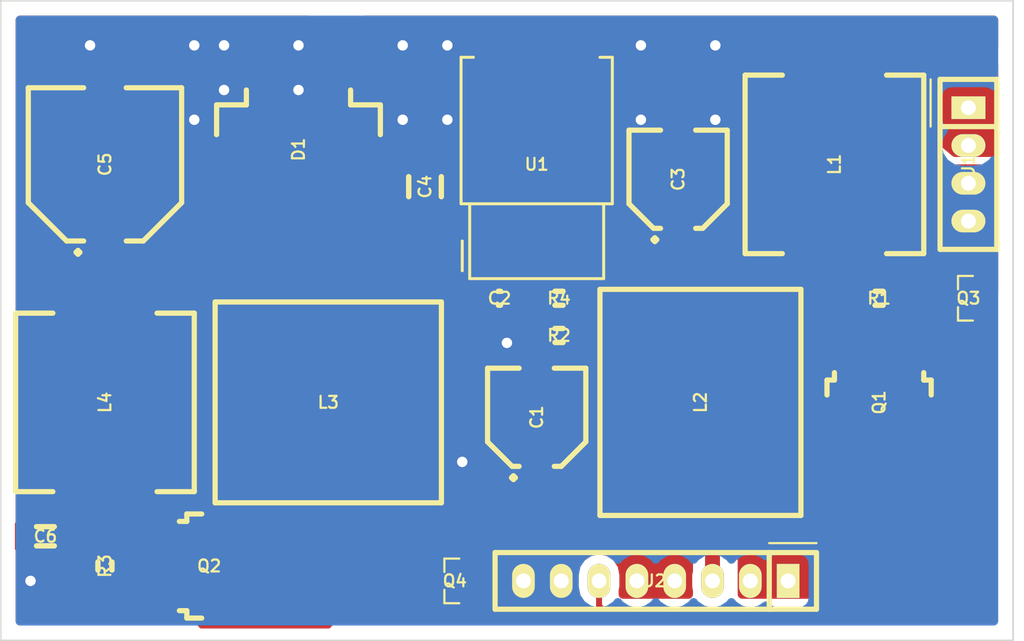
<source format=kicad_pcb>
(kicad_pcb (version 4) (host pcbnew "(after 2015-mar-04 BZR unknown)-product")

  (general
    (links 47)
    (no_connects 0)
    (area 175.949999 55.949999 244.050001 99.050001)
    (thickness 1.6)
    (drawings 4)
    (tracks 128)
    (zones 0)
    (modules 22)
    (nets 17)
  )

  (page A4)
  (layers
    (0 F.Cu signal)
    (31 B.Cu signal)
    (32 B.Adhes user)
    (33 F.Adhes user)
    (34 B.Paste user)
    (35 F.Paste user)
    (36 B.SilkS user)
    (37 F.SilkS user)
    (38 B.Mask user)
    (39 F.Mask user)
    (40 Dwgs.User user)
    (41 Cmts.User user)
    (42 Eco1.User user)
    (43 Eco2.User user)
    (44 Edge.Cuts user)
    (45 Margin user)
    (46 B.CrtYd user)
    (47 F.CrtYd user)
    (48 B.Fab user)
    (49 F.Fab user)
  )

  (setup
    (last_trace_width 0.4)
    (trace_clearance 0.2)
    (zone_clearance 0.6)
    (zone_45_only no)
    (trace_min 0.2)
    (segment_width 0.2)
    (edge_width 0.1)
    (via_size 0.6)
    (via_drill 0.4)
    (via_min_size 0.4)
    (via_min_drill 0.3)
    (uvia_size 0.3)
    (uvia_drill 0.1)
    (uvias_allowed no)
    (uvia_min_size 0.2)
    (uvia_min_drill 0.1)
    (pcb_text_width 0.3)
    (pcb_text_size 1.5 1.5)
    (mod_edge_width 0.15)
    (mod_text_size 1 1)
    (mod_text_width 0.15)
    (pad_size 1.5 1.5)
    (pad_drill 0.6)
    (pad_to_mask_clearance 0)
    (aux_axis_origin 0 0)
    (visible_elements FFFFFF7F)
    (pcbplotparams
      (layerselection 0x00030_80000001)
      (usegerberextensions false)
      (excludeedgelayer true)
      (linewidth 0.100000)
      (plotframeref false)
      (viasonmask false)
      (mode 1)
      (useauxorigin false)
      (hpglpennumber 1)
      (hpglpenspeed 20)
      (hpglpendiameter 15)
      (hpglpenoverlay 2)
      (psnegative false)
      (psa4output false)
      (plotreference true)
      (plotvalue true)
      (plotinvisibletext false)
      (padsonsilk false)
      (subtractmaskfromsilk false)
      (outputformat 1)
      (mirror false)
      (drillshape 1)
      (scaleselection 1)
      (outputdirectory ""))
  )

  (net 0 "")
  (net 1 GND)
  (net 2 "Net-(C2-Pad2)")
  (net 3 /3V3)
  (net 4 /ENABLE)
  (net 5 "Net-(Q1-Pad1)")
  (net 6 "Net-(Q2-Pad1)")
  (net 7 "Net-(U1-Pad5)")
  (net 8 "Net-(U1-Pad7)")
  (net 9 /SW)
  (net 10 /3V3UF)
  (net 11 /FBK)
  (net 12 /12VFILT)
  (net 13 /3V3IN)
  (net 14 /3V3FILT)
  (net 15 /VIN)
  (net 16 /12V)

  (net_class Default "This is the default net class."
    (clearance 0.2)
    (trace_width 0.25)
    (via_dia 0.6)
    (via_drill 0.4)
    (uvia_dia 0.3)
    (uvia_drill 0.1)
    (add_net /12V)
    (add_net /12VFILT)
    (add_net /3V3)
    (add_net /3V3FILT)
    (add_net /3V3IN)
    (add_net /3V3UF)
    (add_net /ENABLE)
    (add_net /FBK)
    (add_net /SW)
    (add_net /VIN)
    (add_net GND)
    (add_net "Net-(C2-Pad2)")
    (add_net "Net-(Q1-Pad1)")
    (add_net "Net-(Q2-Pad1)")
    (add_net "Net-(U1-Pad5)")
    (add_net "Net-(U1-Pad7)")
  )

  (module IPC7351-Nominal:CAPAE1030X1250 (layer F.Cu) (tedit 54FC861E) (tstamp 55295FE2)
    (at 183 67 90)
    (descr "Capacitor,Aluminum Electrolytic;10.30mm L X 10.30mm W X 12.50mm H")
    (path /55299DF1)
    (fp_text reference C5 (at 0 0 90) (layer F.SilkS)
      (effects (font (size 0.8 0.8) (thickness 0.15)))
    )
    (fp_text value 150u (at 0 0 90) (layer F.Fab)
      (effects (font (size 0.8 0.8) (thickness 0.15)))
    )
    (fp_line (start 5.15 -1.431) (end 5.15 -5.15) (layer F.SilkS) (width 0.35))
    (fp_line (start 5.15 -5.15) (end -2.575 -5.15) (layer F.SilkS) (width 0.35))
    (fp_line (start -2.575 -5.15) (end -5.15 -2.575) (layer F.SilkS) (width 0.35))
    (fp_line (start -5.15 -2.575) (end -5.15 -1.431) (layer F.SilkS) (width 0.35))
    (fp_line (start 5.15 1.431) (end 5.15 5.15) (layer F.SilkS) (width 0.35))
    (fp_line (start 5.15 5.15) (end -2.575 5.15) (layer F.SilkS) (width 0.35))
    (fp_line (start -2.575 5.15) (end -5.15 2.575) (layer F.SilkS) (width 0.35))
    (fp_line (start -5.15 2.575) (end -5.15 1.431) (layer F.SilkS) (width 0.35))
    (fp_line (start -6.039 -1.812) (end -5.912 -1.939) (layer F.SilkS) (width 0.35))
    (fp_line (start -5.912 -1.939) (end -5.785 -1.812) (layer F.SilkS) (width 0.35))
    (fp_line (start -5.785 -1.812) (end -5.912 -1.685) (layer F.SilkS) (width 0.35))
    (fp_line (start -5.912 -1.685) (end -6.039 -1.812) (layer F.SilkS) (width 0.35))
    (fp_line (start -6.55 -5.4) (end 6.55 -5.4) (layer F.CrtYd) (width 0.15))
    (fp_line (start 6.55 -5.4) (end 6.55 5.4) (layer F.CrtYd) (width 0.15))
    (fp_line (start 6.55 5.4) (end -6.55 5.4) (layer F.CrtYd) (width 0.15))
    (fp_line (start -6.55 5.4) (end -6.55 -5.4) (layer F.CrtYd) (width 0.15))
    (pad 1 smd rect (at -4.25 0 90) (size 4.1 2.1) (layers F.Cu F.Paste F.Mask)
      (net 10 /3V3UF))
    (pad 2 smd rect (at 4.25 0 90) (size 4.1 2.1) (layers F.Cu F.Paste F.Mask)
      (net 1 GND))
    (model smd_cap/c_elec_10x7_7.wrl
      (at (xyz 0 0 0))
      (scale (xyz 1 1 1))
      (rotate (xyz 0 0 180))
    )
  )

  (module IPC7351-Nominal:CAPAE660X570 (layer F.Cu) (tedit 54FC861E) (tstamp 55295FCA)
    (at 212 84 90)
    (descr "Capacitor,Aluminum Electrolytic;6.60mm L X 6.60mm W X 5.70mm H")
    (path /5529ABE6)
    (fp_text reference C1 (at 0 0 90) (layer F.SilkS)
      (effects (font (size 0.8 0.8) (thickness 0.15)))
    )
    (fp_text value 22u (at 0 0 90) (layer F.Fab)
      (effects (font (size 0.8 0.8) (thickness 0.15)))
    )
    (fp_line (start 3.3 -1.181) (end 3.3 -3.3) (layer F.SilkS) (width 0.35))
    (fp_line (start 3.3 -3.3) (end -1.65 -3.3) (layer F.SilkS) (width 0.35))
    (fp_line (start -1.65 -3.3) (end -3.3 -1.65) (layer F.SilkS) (width 0.35))
    (fp_line (start -3.3 -1.65) (end -3.3 -1.181) (layer F.SilkS) (width 0.35))
    (fp_line (start 3.3 1.181) (end 3.3 3.3) (layer F.SilkS) (width 0.35))
    (fp_line (start 3.3 3.3) (end -1.65 3.3) (layer F.SilkS) (width 0.35))
    (fp_line (start -1.65 3.3) (end -3.3 1.65) (layer F.SilkS) (width 0.35))
    (fp_line (start -3.3 1.65) (end -3.3 1.181) (layer F.SilkS) (width 0.35))
    (fp_line (start -4.189 -1.562) (end -4.062 -1.689) (layer F.SilkS) (width 0.35))
    (fp_line (start -4.062 -1.689) (end -3.935 -1.562) (layer F.SilkS) (width 0.35))
    (fp_line (start -3.935 -1.562) (end -4.062 -1.435) (layer F.SilkS) (width 0.35))
    (fp_line (start -4.062 -1.435) (end -4.189 -1.562) (layer F.SilkS) (width 0.35))
    (fp_line (start -4.439 -3.55) (end 4.275 -3.55) (layer F.CrtYd) (width 0.15))
    (fp_line (start 4.275 -3.55) (end 4.275 3.55) (layer F.CrtYd) (width 0.15))
    (fp_line (start 4.275 3.55) (end -4.439 3.55) (layer F.CrtYd) (width 0.15))
    (fp_line (start -4.439 3.55) (end -4.439 -3.55) (layer F.CrtYd) (width 0.15))
    (pad 1 smd rect (at -2.45 0 90) (size 3.15 1.6) (layers F.Cu F.Paste F.Mask)
      (net 12 /12VFILT))
    (pad 2 smd rect (at 2.45 0 90) (size 3.15 1.6) (layers F.Cu F.Paste F.Mask)
      (net 1 GND))
    (model smd_cap/c_elec_6_3x4_5.wrl
      (at (xyz 0 0 0))
      (scale (xyz 1 1 1))
      (rotate (xyz 0 0 180))
    )
  )

  (module IPC7351-Nominal:CAPC2012X70 (layer F.Cu) (tedit 54FC861F) (tstamp 55295FD0)
    (at 209.5 76)
    (descr "Capacitor,non-polarized,Chip;2.00mm L X 1.25mm W X 0.70mm H")
    (path /55296729)
    (fp_text reference C2 (at 0 0) (layer F.SilkS)
      (effects (font (size 0.8 0.8) (thickness 0.15)))
    )
    (fp_text value 10n (at 0 0) (layer F.Fab)
      (effects (font (size 0.8 0.8) (thickness 0.15)))
    )
    (fp_line (start -0.071 0.471) (end 0.071 0.471) (layer F.SilkS) (width 0.35))
    (fp_line (start 0.071 0.471) (end -0.071 0.471) (layer F.SilkS) (width 0.35))
    (fp_line (start -0.071 -0.471) (end 0.071 -0.471) (layer F.SilkS) (width 0.35))
    (fp_line (start 0.071 -0.471) (end -0.071 -0.471) (layer F.SilkS) (width 0.35))
    (fp_line (start -1.725 -0.975) (end 1.725 -0.975) (layer F.CrtYd) (width 0.15))
    (fp_line (start 1.725 -0.975) (end 1.725 0.975) (layer F.CrtYd) (width 0.15))
    (fp_line (start 1.725 0.975) (end -1.725 0.975) (layer F.CrtYd) (width 0.15))
    (fp_line (start -1.725 0.975) (end -1.725 -0.975) (layer F.CrtYd) (width 0.15))
    (pad 1 smd rect (at -0.9 0) (size 1.15 1.45) (layers F.Cu F.Paste F.Mask)
      (net 9 /SW))
    (pad 2 smd rect (at 0.9 0) (size 1.15 1.45) (layers F.Cu F.Paste F.Mask)
      (net 2 "Net-(C2-Pad2)"))
    (model smd_cap/c_0805.wrl
      (at (xyz 0 0 0))
      (scale (xyz 1 1 1))
      (rotate (xyz 0 0 0))
    )
  )

  (module IPC7351-Nominal:CAPAE660X570 (layer F.Cu) (tedit 54FC861E) (tstamp 55295FD6)
    (at 221.5 68 90)
    (descr "Capacitor,Aluminum Electrolytic;6.60mm L X 6.60mm W X 5.70mm H")
    (path /5529A7EF)
    (fp_text reference C3 (at 0 0 90) (layer F.SilkS)
      (effects (font (size 0.8 0.8) (thickness 0.15)))
    )
    (fp_text value 22u (at 0 0 90) (layer F.Fab)
      (effects (font (size 0.8 0.8) (thickness 0.15)))
    )
    (fp_line (start 3.3 -1.181) (end 3.3 -3.3) (layer F.SilkS) (width 0.35))
    (fp_line (start 3.3 -3.3) (end -1.65 -3.3) (layer F.SilkS) (width 0.35))
    (fp_line (start -1.65 -3.3) (end -3.3 -1.65) (layer F.SilkS) (width 0.35))
    (fp_line (start -3.3 -1.65) (end -3.3 -1.181) (layer F.SilkS) (width 0.35))
    (fp_line (start 3.3 1.181) (end 3.3 3.3) (layer F.SilkS) (width 0.35))
    (fp_line (start 3.3 3.3) (end -1.65 3.3) (layer F.SilkS) (width 0.35))
    (fp_line (start -1.65 3.3) (end -3.3 1.65) (layer F.SilkS) (width 0.35))
    (fp_line (start -3.3 1.65) (end -3.3 1.181) (layer F.SilkS) (width 0.35))
    (fp_line (start -4.189 -1.562) (end -4.062 -1.689) (layer F.SilkS) (width 0.35))
    (fp_line (start -4.062 -1.689) (end -3.935 -1.562) (layer F.SilkS) (width 0.35))
    (fp_line (start -3.935 -1.562) (end -4.062 -1.435) (layer F.SilkS) (width 0.35))
    (fp_line (start -4.062 -1.435) (end -4.189 -1.562) (layer F.SilkS) (width 0.35))
    (fp_line (start -4.439 -3.55) (end 4.275 -3.55) (layer F.CrtYd) (width 0.15))
    (fp_line (start 4.275 -3.55) (end 4.275 3.55) (layer F.CrtYd) (width 0.15))
    (fp_line (start 4.275 3.55) (end -4.439 3.55) (layer F.CrtYd) (width 0.15))
    (fp_line (start -4.439 3.55) (end -4.439 -3.55) (layer F.CrtYd) (width 0.15))
    (pad 1 smd rect (at -2.45 0 90) (size 3.15 1.6) (layers F.Cu F.Paste F.Mask)
      (net 13 /3V3IN))
    (pad 2 smd rect (at 2.45 0 90) (size 3.15 1.6) (layers F.Cu F.Paste F.Mask)
      (net 1 GND))
    (model smd_cap/c_elec_6_3x4_5.wrl
      (at (xyz 0 0 0))
      (scale (xyz 1 1 1))
      (rotate (xyz 0 0 180))
    )
  )

  (module IPC7351-Nominal:CAPC3225X88 (layer F.Cu) (tedit 54FC861F) (tstamp 55295FDC)
    (at 204.5 68.5 90)
    (descr "Capacitor,non-polarized,Chip;3.20mm L X 2.50mm W X 0.88mm H")
    (path /5529B0CB)
    (fp_text reference C4 (at 0 0 90) (layer F.SilkS)
      (effects (font (size 0.8 0.8) (thickness 0.15)))
    )
    (fp_text value 6u8 (at 0 0 90) (layer F.Fab)
      (effects (font (size 0.8 0.8) (thickness 0.15)))
    )
    (fp_line (start -0.671 1.096) (end 0.671 1.096) (layer F.SilkS) (width 0.35))
    (fp_line (start 0.671 1.096) (end -0.671 1.096) (layer F.SilkS) (width 0.35))
    (fp_line (start -0.671 -1.096) (end 0.671 -1.096) (layer F.SilkS) (width 0.35))
    (fp_line (start 0.671 -1.096) (end -0.671 -1.096) (layer F.SilkS) (width 0.35))
    (fp_line (start -2.325 -1.6) (end 2.325 -1.6) (layer F.CrtYd) (width 0.15))
    (fp_line (start 2.325 -1.6) (end 2.325 1.6) (layer F.CrtYd) (width 0.15))
    (fp_line (start 2.325 1.6) (end -2.325 1.6) (layer F.CrtYd) (width 0.15))
    (fp_line (start -2.325 1.6) (end -2.325 -1.6) (layer F.CrtYd) (width 0.15))
    (pad 1 smd rect (at -1.5 0 90) (size 1.15 2.7) (layers F.Cu F.Paste F.Mask)
      (net 13 /3V3IN))
    (pad 2 smd rect (at 1.5 0 90) (size 1.15 2.7) (layers F.Cu F.Paste F.Mask)
      (net 1 GND))
    (model smd_cap/c_1210.wrl
      (at (xyz 0 0 0))
      (scale (xyz 1 1 1))
      (rotate (xyz 0 0 0))
    )
  )

  (module IPC7351-Nominal:CAPC3216X70 (layer F.Cu) (tedit 54FC861F) (tstamp 55295FE8)
    (at 179 92 180)
    (descr "Capacitor,non-polarized,Chip;3.20mm L X 1.60mm W X 0.70mm H")
    (path /5529ADA9)
    (fp_text reference C6 (at 0 0 180) (layer F.SilkS)
      (effects (font (size 0.8 0.8) (thickness 0.15)))
    )
    (fp_text value 22u (at 0 0 180) (layer F.Fab)
      (effects (font (size 0.8 0.8) (thickness 0.15)))
    )
    (fp_line (start -0.596 0.646) (end 0.596 0.646) (layer F.SilkS) (width 0.35))
    (fp_line (start 0.596 0.646) (end -0.596 0.646) (layer F.SilkS) (width 0.35))
    (fp_line (start -0.596 -0.646) (end 0.596 -0.646) (layer F.SilkS) (width 0.35))
    (fp_line (start 0.596 -0.646) (end -0.596 -0.646) (layer F.SilkS) (width 0.35))
    (fp_line (start -2.3 -1.15) (end 2.3 -1.15) (layer F.CrtYd) (width 0.15))
    (fp_line (start 2.3 -1.15) (end 2.3 1.15) (layer F.CrtYd) (width 0.15))
    (fp_line (start 2.3 1.15) (end -2.3 1.15) (layer F.CrtYd) (width 0.15))
    (fp_line (start -2.3 1.15) (end -2.3 -1.15) (layer F.CrtYd) (width 0.15))
    (pad 1 smd rect (at -1.45 0 180) (size 1.2 1.8) (layers F.Cu F.Paste F.Mask)
      (net 14 /3V3FILT))
    (pad 2 smd rect (at 1.45 0 180) (size 1.2 1.8) (layers F.Cu F.Paste F.Mask)
      (net 1 GND))
    (model smd_cap/c_1206.wrl
      (at (xyz 0 0 0))
      (scale (xyz 1 1 1))
      (rotate (xyz 0 0 0))
    )
  )

  (module smd-semi:TO-263 (layer F.Cu) (tedit 54CBEA4E) (tstamp 55295FFD)
    (at 196 66 270)
    (path /55298723)
    (fp_text reference D1 (at 0 0 270) (layer F.SilkS)
      (effects (font (size 0.8 0.8) (thickness 0.15)))
    )
    (fp_text value STPS10L25G (at 0 0 270) (layer F.Fab)
      (effects (font (size 0.8 0.8) (thickness 0.15)))
    )
    (fp_line (start -5.5 -5) (end 8 -5) (layer F.Fab) (width 0.15))
    (fp_line (start 8 -5) (end 8 5) (layer F.Fab) (width 0.15))
    (fp_line (start 8 5) (end -5.5 5) (layer F.Fab) (width 0.15))
    (fp_line (start -5.5 5) (end -5.5 -5) (layer F.Fab) (width 0.15))
    (fp_line (start -1 5.5) (end -3 5.5) (layer F.SilkS) (width 0.35))
    (fp_line (start -3 5.5) (end -3 3.5) (layer F.SilkS) (width 0.35))
    (fp_line (start -3 3.5) (end -4 3.5) (layer F.SilkS) (width 0.35))
    (fp_line (start -3 -5.5) (end -3 -3.5) (layer F.SilkS) (width 0.35))
    (fp_line (start -3 -3.5) (end -4 -3.5) (layer F.SilkS) (width 0.35))
    (fp_line (start -1 -5.5) (end -3 -5.5) (layer F.SilkS) (width 0.35))
    (fp_line (start -8.5 -6) (end 10 -6) (layer F.CrtYd) (width 0.15))
    (fp_line (start 10 -6) (end 10 6) (layer F.CrtYd) (width 0.15))
    (fp_line (start 10 6) (end -8.5 6) (layer F.CrtYd) (width 0.15))
    (fp_line (start -8.5 6) (end -8.5 -6) (layer F.CrtYd) (width 0.15))
    (pad 1 smd rect (at -6.35 -2.54 90) (size 3.8 2.3) (layers F.Cu F.Paste F.Mask))
    (pad 2 smd rect (at -6.35 2.54 90) (size 3.8 2.3) (layers F.Cu F.Paste F.Mask)
      (net 1 GND))
    (pad 3 smd rect (at 4.7 0 90) (size 9.55 10.9) (layers F.Cu F.Paste F.Mask)
      (net 9 /SW))
    (model smd_trans/d2-pak.wrl
      (at (xyz -0.03 0 0))
      (scale (xyz 1 1 1))
      (rotate (xyz 0 0 90))
    )
  )

  (module conn-100mil:CONN-100MIL-M-1x4 (layer F.Cu) (tedit 54CEDF99) (tstamp 55296005)
    (at 241 67 270)
    (path /55299230)
    (fp_text reference J1 (at 0 0 270) (layer F.SilkS)
      (effects (font (size 0.8 0.8) (thickness 0.15)))
    )
    (fp_text value IN (at 0 0 270) (layer F.Fab)
      (effects (font (size 0.8 0.8) (thickness 0.15)))
    )
    (fp_line (start -5.715 -1.905) (end 5.715 -1.905) (layer F.CrtYd) (width 0.15))
    (fp_line (start 5.715 -1.905) (end 5.715 1.905) (layer F.CrtYd) (width 0.15))
    (fp_line (start 5.715 1.905) (end -5.715 1.905) (layer F.CrtYd) (width 0.15))
    (fp_line (start -5.715 1.905) (end -5.715 -1.905) (layer F.CrtYd) (width 0.15))
    (fp_line (start -5.715 -1.905) (end 5.715 -1.905) (layer F.Fab) (width 0.15))
    (fp_line (start 5.715 -1.905) (end 5.715 1.905) (layer F.Fab) (width 0.15))
    (fp_line (start 5.715 1.905) (end -5.715 1.905) (layer F.Fab) (width 0.15))
    (fp_line (start -5.715 1.905) (end -5.715 -1.905) (layer F.Fab) (width 0.15))
    (fp_line (start -5.715 -1.905) (end 5.715 -1.905) (layer F.SilkS) (width 0.35))
    (fp_line (start 5.715 -1.905) (end 5.715 1.905) (layer F.SilkS) (width 0.35))
    (fp_line (start 5.715 1.905) (end -5.715 1.905) (layer F.SilkS) (width 0.35))
    (fp_line (start -5.715 1.905) (end -5.715 -1.905) (layer F.SilkS) (width 0.35))
    (fp_line (start -2.54 -1.905) (end -2.54 1.905) (layer F.SilkS) (width 0.35))
    (fp_line (start -2.54 -1.905) (end -2.54 1.905) (layer F.Fab) (width 0.15))
    (fp_line (start -5.715 2.54) (end -2.54 2.54) (layer F.SilkS) (width 0.15))
    (pad 1 thru_hole rect (at -3.81 0 270) (size 1.524 2.286) (drill 1) (layers *.Cu *.Mask F.SilkS)
      (net 15 /VIN))
    (pad 2 thru_hole oval (at -1.27 0 270) (size 1.524 2.286) (drill 1) (layers *.Cu *.Mask F.SilkS)
      (net 15 /VIN))
    (pad 3 thru_hole oval (at 1.27 0 270) (size 1.524 2.286) (drill 1) (layers *.Cu *.Mask F.SilkS)
      (net 1 GND))
    (pad 4 thru_hole oval (at 3.81 0 270) (size 1.524 2.286) (drill 1) (layers *.Cu *.Mask F.SilkS)
      (net 1 GND))
    (model pin_strip/pin_strip_4.wrl
      (at (xyz 0 0 0))
      (scale (xyz 1 1 1))
      (rotate (xyz 0 0 0))
    )
  )

  (module conn-100mil:CONN-100MIL-M-1x8 (layer F.Cu) (tedit 54CEDF99) (tstamp 55296011)
    (at 220 95 180)
    (path /55296F62)
    (fp_text reference J2 (at 0 0 180) (layer F.SilkS)
      (effects (font (size 0.8 0.8) (thickness 0.15)))
    )
    (fp_text value OUT (at 0 0 180) (layer F.Fab)
      (effects (font (size 0.8 0.8) (thickness 0.15)))
    )
    (fp_line (start -10.795 -1.905) (end 10.795 -1.905) (layer F.CrtYd) (width 0.15))
    (fp_line (start 10.795 -1.905) (end 10.795 1.905) (layer F.CrtYd) (width 0.15))
    (fp_line (start 10.795 1.905) (end -10.795 1.905) (layer F.CrtYd) (width 0.15))
    (fp_line (start -10.795 1.905) (end -10.795 -1.905) (layer F.CrtYd) (width 0.15))
    (fp_line (start -10.795 -1.905) (end 10.795 -1.905) (layer F.Fab) (width 0.15))
    (fp_line (start 10.795 -1.905) (end 10.795 1.905) (layer F.Fab) (width 0.15))
    (fp_line (start 10.795 1.905) (end -10.795 1.905) (layer F.Fab) (width 0.15))
    (fp_line (start -10.795 1.905) (end -10.795 -1.905) (layer F.Fab) (width 0.15))
    (fp_line (start -10.795 -1.905) (end 10.795 -1.905) (layer F.SilkS) (width 0.35))
    (fp_line (start 10.795 -1.905) (end 10.795 1.905) (layer F.SilkS) (width 0.35))
    (fp_line (start 10.795 1.905) (end -10.795 1.905) (layer F.SilkS) (width 0.35))
    (fp_line (start -10.795 1.905) (end -10.795 -1.905) (layer F.SilkS) (width 0.35))
    (fp_line (start -7.62 -1.905) (end -7.62 1.905) (layer F.SilkS) (width 0.35))
    (fp_line (start -7.62 -1.905) (end -7.62 1.905) (layer F.Fab) (width 0.15))
    (fp_line (start -10.795 2.54) (end -7.62 2.54) (layer F.SilkS) (width 0.15))
    (pad 1 thru_hole rect (at -8.89 0 180) (size 1.524 2.286) (drill 1) (layers *.Cu *.Mask F.SilkS)
      (net 16 /12V))
    (pad 2 thru_hole oval (at -6.35 0 180) (size 1.524 2.286) (drill 1) (layers *.Cu *.Mask F.SilkS)
      (net 16 /12V))
    (pad 3 thru_hole oval (at -3.81 0 180) (size 1.524 2.286) (drill 1) (layers *.Cu *.Mask F.SilkS)
      (net 14 /3V3FILT))
    (pad 4 thru_hole oval (at -1.27 0 180) (size 1.524 2.286) (drill 1) (layers *.Cu *.Mask F.SilkS)
      (net 3 /3V3))
    (pad 5 thru_hole oval (at 1.27 0 180) (size 1.524 2.286) (drill 1) (layers *.Cu *.Mask F.SilkS)
      (net 3 /3V3))
    (pad 6 thru_hole oval (at 3.81 0 180) (size 1.524 2.286) (drill 1) (layers *.Cu *.Mask F.SilkS)
      (net 4 /ENABLE))
    (pad 7 thru_hole oval (at 6.35 0 180) (size 1.524 2.286) (drill 1) (layers *.Cu *.Mask F.SilkS)
      (net 1 GND))
    (pad 8 thru_hole oval (at 8.89 0 180) (size 1.524 2.286) (drill 1) (layers *.Cu *.Mask F.SilkS)
      (net 1 GND))
    (model pin_strip/pin_strip_8.wrl
      (at (xyz 0 0 0))
      (scale (xyz 1 1 1))
      (rotate (xyz 0 0 0))
    )
  )

  (module manuf:BOURNS-SRR1210 (layer F.Cu) (tedit 54CBC353) (tstamp 55296017)
    (at 232 67 90)
    (path /552999D9)
    (fp_text reference L1 (at 0 0 90) (layer F.SilkS)
      (effects (font (size 0.8 0.8) (thickness 0.15)))
    )
    (fp_text value 1u (at 0 0 90) (layer F.Fab)
      (effects (font (size 0.8 0.8) (thickness 0.15)))
    )
    (fp_line (start 6 -6) (end -6 -6) (layer F.Fab) (width 0.15))
    (fp_line (start -6 -6) (end -6 6) (layer F.Fab) (width 0.15))
    (fp_line (start -6 6) (end 6 6) (layer F.Fab) (width 0.15))
    (fp_line (start 6 6) (end 6 -6) (layer F.Fab) (width 0.15))
    (fp_line (start 6.75 -6.25) (end 6.75 6) (layer F.CrtYd) (width 0.15))
    (fp_line (start 6.75 6) (end 6.75 6.25) (layer F.CrtYd) (width 0.15))
    (fp_line (start 6.75 6.25) (end -6.75 6.25) (layer F.CrtYd) (width 0.15))
    (fp_line (start -6.75 6.25) (end -6.75 -6.25) (layer F.CrtYd) (width 0.15))
    (fp_line (start -6.75 -6.25) (end 6.75 -6.25) (layer F.CrtYd) (width 0.15))
    (fp_line (start 6 3.5) (end 6 6) (layer F.SilkS) (width 0.35))
    (fp_line (start 6 6) (end -6 6) (layer F.SilkS) (width 0.35))
    (fp_line (start -6 6) (end -6 3.5) (layer F.SilkS) (width 0.35))
    (fp_line (start -6 -3.5) (end -6 -6) (layer F.SilkS) (width 0.35))
    (fp_line (start -6 -6) (end 6 -6) (layer F.SilkS) (width 0.35))
    (fp_line (start 6 -6) (end 6 -3.5) (layer F.SilkS) (width 0.35))
    (pad 1 smd rect (at -5.05 0 90) (size 2.8 5.3) (layers F.Cu F.Paste F.Mask)
      (net 13 /3V3IN))
    (pad 2 smd rect (at 5.05 0 90) (size 2.8 5.3) (layers F.Cu F.Paste F.Mask)
      (net 15 /VIN))
  )

  (module manuf:BOURNS-SRP1238A (layer F.Cu) (tedit 54D55B5D) (tstamp 5529601D)
    (at 223 83 90)
    (path /5529961A)
    (fp_text reference L2 (at 0 0 90) (layer F.SilkS)
      (effects (font (size 0.8 0.8) (thickness 0.15)))
    )
    (fp_text value 8u2 (at 0 0 90) (layer F.Fab)
      (effects (font (size 0.8 0.8) (thickness 0.15)))
    )
    (fp_line (start -7.6 6.75) (end -7.6 -6.75) (layer F.SilkS) (width 0.35))
    (fp_line (start 7.6 6.75) (end -7.6 6.75) (layer F.SilkS) (width 0.35))
    (fp_line (start 7.6 -6.75) (end 7.6 6.75) (layer F.SilkS) (width 0.35))
    (fp_line (start -7.6 -6.75) (end 7.6 -6.75) (layer F.SilkS) (width 0.35))
    (fp_line (start -7.6 6.75) (end -7.6 -6.75) (layer F.CrtYd) (width 0.35))
    (fp_line (start 7.6 6.75) (end -7.6 6.75) (layer F.CrtYd) (width 0.35))
    (fp_line (start 7.6 -6.75) (end 7.6 6.75) (layer F.CrtYd) (width 0.35))
    (fp_line (start -7.6 -6.75) (end 7.6 -6.75) (layer F.CrtYd) (width 0.35))
    (fp_line (start -6.75 6.25) (end -6.75 -6.25) (layer F.Fab) (width 0.35))
    (fp_line (start 6.75 6.25) (end -6.75 6.25) (layer F.Fab) (width 0.35))
    (fp_line (start 6.75 -6.25) (end 6.75 6.25) (layer F.Fab) (width 0.35))
    (fp_line (start -6.75 -6.25) (end 6.75 -6.25) (layer F.Fab) (width 0.35))
    (pad 1 smd rect (at -5.55 0 90) (size 3.1 3.3) (layers F.Cu F.Paste F.Mask)
      (net 12 /12VFILT))
    (pad 2 smd rect (at 5.55 0 90) (size 3.1 3.3) (layers F.Cu F.Paste F.Mask)
      (net 13 /3V3IN))
  )

  (module manuf:BOURNS-SRP1238A (layer F.Cu) (tedit 54D55B5D) (tstamp 55296023)
    (at 198 83)
    (path /55299854)
    (fp_text reference L3 (at 0 0) (layer F.SilkS)
      (effects (font (size 0.8 0.8) (thickness 0.15)))
    )
    (fp_text value 8u2 (at 0 0) (layer F.Fab)
      (effects (font (size 0.8 0.8) (thickness 0.15)))
    )
    (fp_line (start -7.6 6.75) (end -7.6 -6.75) (layer F.SilkS) (width 0.35))
    (fp_line (start 7.6 6.75) (end -7.6 6.75) (layer F.SilkS) (width 0.35))
    (fp_line (start 7.6 -6.75) (end 7.6 6.75) (layer F.SilkS) (width 0.35))
    (fp_line (start -7.6 -6.75) (end 7.6 -6.75) (layer F.SilkS) (width 0.35))
    (fp_line (start -7.6 6.75) (end -7.6 -6.75) (layer F.CrtYd) (width 0.35))
    (fp_line (start 7.6 6.75) (end -7.6 6.75) (layer F.CrtYd) (width 0.35))
    (fp_line (start 7.6 -6.75) (end 7.6 6.75) (layer F.CrtYd) (width 0.35))
    (fp_line (start -7.6 -6.75) (end 7.6 -6.75) (layer F.CrtYd) (width 0.35))
    (fp_line (start -6.75 6.25) (end -6.75 -6.25) (layer F.Fab) (width 0.35))
    (fp_line (start 6.75 6.25) (end -6.75 6.25) (layer F.Fab) (width 0.35))
    (fp_line (start 6.75 -6.25) (end 6.75 6.25) (layer F.Fab) (width 0.35))
    (fp_line (start -6.75 -6.25) (end 6.75 -6.25) (layer F.Fab) (width 0.35))
    (pad 1 smd rect (at -5.55 0) (size 3.1 3.3) (layers F.Cu F.Paste F.Mask)
      (net 10 /3V3UF))
    (pad 2 smd rect (at 5.55 0) (size 3.1 3.3) (layers F.Cu F.Paste F.Mask)
      (net 9 /SW))
  )

  (module manuf:BOURNS-SRR1210 (layer F.Cu) (tedit 54CBC353) (tstamp 55296029)
    (at 183 83 90)
    (path /55299C22)
    (fp_text reference L4 (at 0 0 90) (layer F.SilkS)
      (effects (font (size 0.8 0.8) (thickness 0.15)))
    )
    (fp_text value 1u (at 0 0 90) (layer F.Fab)
      (effects (font (size 0.8 0.8) (thickness 0.15)))
    )
    (fp_line (start 6 -6) (end -6 -6) (layer F.Fab) (width 0.15))
    (fp_line (start -6 -6) (end -6 6) (layer F.Fab) (width 0.15))
    (fp_line (start -6 6) (end 6 6) (layer F.Fab) (width 0.15))
    (fp_line (start 6 6) (end 6 -6) (layer F.Fab) (width 0.15))
    (fp_line (start 6.75 -6.25) (end 6.75 6) (layer F.CrtYd) (width 0.15))
    (fp_line (start 6.75 6) (end 6.75 6.25) (layer F.CrtYd) (width 0.15))
    (fp_line (start 6.75 6.25) (end -6.75 6.25) (layer F.CrtYd) (width 0.15))
    (fp_line (start -6.75 6.25) (end -6.75 -6.25) (layer F.CrtYd) (width 0.15))
    (fp_line (start -6.75 -6.25) (end 6.75 -6.25) (layer F.CrtYd) (width 0.15))
    (fp_line (start 6 3.5) (end 6 6) (layer F.SilkS) (width 0.35))
    (fp_line (start 6 6) (end -6 6) (layer F.SilkS) (width 0.35))
    (fp_line (start -6 6) (end -6 3.5) (layer F.SilkS) (width 0.35))
    (fp_line (start -6 -3.5) (end -6 -6) (layer F.SilkS) (width 0.35))
    (fp_line (start -6 -6) (end 6 -6) (layer F.SilkS) (width 0.35))
    (fp_line (start 6 -6) (end 6 -3.5) (layer F.SilkS) (width 0.35))
    (pad 1 smd rect (at -5.05 0 90) (size 2.8 5.3) (layers F.Cu F.Paste F.Mask)
      (net 14 /3V3FILT))
    (pad 2 smd rect (at 5.05 0 90) (size 2.8 5.3) (layers F.Cu F.Paste F.Mask)
      (net 10 /3V3UF))
  )

  (module smd-semi:SOT-23 (layer F.Cu) (tedit 54CBE5F0) (tstamp 5529603C)
    (at 241 76 180)
    (path /55297CB4)
    (fp_text reference Q3 (at 0 0 180) (layer F.SilkS)
      (effects (font (size 0.8 0.8) (thickness 0.15)))
    )
    (fp_text value MMUN2231L (at 0 0 180) (layer F.Fab)
      (effects (font (size 0.8 0.8) (thickness 0.15)))
    )
    (fp_line (start -2 -1.75) (end 2 -1.75) (layer F.CrtYd) (width 0.15))
    (fp_line (start 2 -1.75) (end 2 1.75) (layer F.CrtYd) (width 0.15))
    (fp_line (start 2 1.75) (end -2 1.75) (layer F.CrtYd) (width 0.15))
    (fp_line (start -2 1.75) (end -2 -1.75) (layer F.CrtYd) (width 0.15))
    (fp_line (start 0.7 0.6) (end 0.7 1.5) (layer F.SilkS) (width 0.15))
    (fp_line (start 0.7 1.5) (end -0.3 1.5) (layer F.SilkS) (width 0.15))
    (fp_line (start -0.3 -1.5) (end 0.7 -1.5) (layer F.SilkS) (width 0.15))
    (fp_line (start 0.7 -1.5) (end 0.7 -0.6) (layer F.SilkS) (width 0.15))
    (fp_line (start -0.7 -1.5) (end 0.7 -1.5) (layer F.Fab) (width 0.15))
    (fp_line (start 0.7 -1.5) (end 0.7 1.5) (layer F.Fab) (width 0.15))
    (fp_line (start 0.7 1.5) (end -0.7 1.5) (layer F.Fab) (width 0.15))
    (fp_line (start -0.7 1.5) (end -0.7 -1.5) (layer F.Fab) (width 0.15))
    (pad 1 smd rect (at -1.1 -0.95 180) (size 1.3 0.9) (layers F.Cu F.Paste F.Mask)
      (net 4 /ENABLE))
    (pad 2 smd rect (at -1.1 0.95 180) (size 1.3 0.9) (layers F.Cu F.Paste F.Mask)
      (net 1 GND))
    (pad 3 smd rect (at 1.1 0 180) (size 1.3 0.8) (layers F.Cu F.Paste F.Mask)
      (net 5 "Net-(Q1-Pad1)"))
    (model smd_trans/sot23.wrl
      (at (xyz 0 0 0))
      (scale (xyz 1 1 1))
      (rotate (xyz 0 0 90))
    )
  )

  (module smd-semi:SOT-23 (layer F.Cu) (tedit 54CBE5F0) (tstamp 5529604F)
    (at 206.5 95 180)
    (path /55297E66)
    (fp_text reference Q4 (at 0 0 180) (layer F.SilkS)
      (effects (font (size 0.8 0.8) (thickness 0.15)))
    )
    (fp_text value MMUN2231L (at 0 0 180) (layer F.Fab)
      (effects (font (size 0.8 0.8) (thickness 0.15)))
    )
    (fp_line (start -2 -1.75) (end 2 -1.75) (layer F.CrtYd) (width 0.15))
    (fp_line (start 2 -1.75) (end 2 1.75) (layer F.CrtYd) (width 0.15))
    (fp_line (start 2 1.75) (end -2 1.75) (layer F.CrtYd) (width 0.15))
    (fp_line (start -2 1.75) (end -2 -1.75) (layer F.CrtYd) (width 0.15))
    (fp_line (start 0.7 0.6) (end 0.7 1.5) (layer F.SilkS) (width 0.15))
    (fp_line (start 0.7 1.5) (end -0.3 1.5) (layer F.SilkS) (width 0.15))
    (fp_line (start -0.3 -1.5) (end 0.7 -1.5) (layer F.SilkS) (width 0.15))
    (fp_line (start 0.7 -1.5) (end 0.7 -0.6) (layer F.SilkS) (width 0.15))
    (fp_line (start -0.7 -1.5) (end 0.7 -1.5) (layer F.Fab) (width 0.15))
    (fp_line (start 0.7 -1.5) (end 0.7 1.5) (layer F.Fab) (width 0.15))
    (fp_line (start 0.7 1.5) (end -0.7 1.5) (layer F.Fab) (width 0.15))
    (fp_line (start -0.7 1.5) (end -0.7 -1.5) (layer F.Fab) (width 0.15))
    (pad 1 smd rect (at -1.1 -0.95 180) (size 1.3 0.9) (layers F.Cu F.Paste F.Mask)
      (net 4 /ENABLE))
    (pad 2 smd rect (at -1.1 0.95 180) (size 1.3 0.9) (layers F.Cu F.Paste F.Mask)
      (net 1 GND))
    (pad 3 smd rect (at 1.1 0 180) (size 1.3 0.8) (layers F.Cu F.Paste F.Mask)
      (net 6 "Net-(Q2-Pad1)"))
    (model smd_trans/sot23.wrl
      (at (xyz 0 0 0))
      (scale (xyz 1 1 1))
      (rotate (xyz 0 0 90))
    )
  )

  (module IPC7351-Nominal:RESC2012X50 (layer F.Cu) (tedit 54FC8625) (tstamp 55296055)
    (at 235 76)
    (descr "Resistor,Chip;2.05mm L X 1.25mm W X 0.50mm H")
    (path /5529743A)
    (fp_text reference R1 (at 0 0) (layer F.SilkS)
      (effects (font (size 0.8 0.8) (thickness 0.15)))
    )
    (fp_text value 10k (at 0 0) (layer F.Fab)
      (effects (font (size 0.8 0.8) (thickness 0.15)))
    )
    (fp_line (start -0.271 0.471) (end 0.271 0.471) (layer F.SilkS) (width 0.35))
    (fp_line (start 0.271 0.471) (end -0.271 0.471) (layer F.SilkS) (width 0.35))
    (fp_line (start -0.271 -0.471) (end 0.271 -0.471) (layer F.SilkS) (width 0.35))
    (fp_line (start 0.271 -0.471) (end -0.271 -0.471) (layer F.SilkS) (width 0.35))
    (fp_line (start -1.725 -0.975) (end 1.725 -0.975) (layer F.CrtYd) (width 0.15))
    (fp_line (start 1.725 -0.975) (end 1.725 0.975) (layer F.CrtYd) (width 0.15))
    (fp_line (start 1.725 0.975) (end -1.725 0.975) (layer F.CrtYd) (width 0.15))
    (fp_line (start -1.725 0.975) (end -1.725 -0.975) (layer F.CrtYd) (width 0.15))
    (pad 1 smd rect (at -1 0) (size 0.95 1.45) (layers F.Cu F.Paste F.Mask)
      (net 12 /12VFILT))
    (pad 2 smd rect (at 1 0) (size 0.95 1.45) (layers F.Cu F.Paste F.Mask)
      (net 5 "Net-(Q1-Pad1)"))
    (model smd_resistors/r_0805.wrl
      (at (xyz 0 0 0))
      (scale (xyz 1 1 1))
      (rotate (xyz 0 0 0))
    )
  )

  (module IPC7351-Nominal:RESC2012X50 (layer F.Cu) (tedit 54FC8625) (tstamp 5529605B)
    (at 213.5 78.5)
    (descr "Resistor,Chip;2.05mm L X 1.25mm W X 0.50mm H")
    (path /5529694C)
    (fp_text reference R2 (at 0 0) (layer F.SilkS)
      (effects (font (size 0.8 0.8) (thickness 0.15)))
    )
    (fp_text value 1k54 (at 0 0) (layer F.Fab)
      (effects (font (size 0.8 0.8) (thickness 0.15)))
    )
    (fp_line (start -0.271 0.471) (end 0.271 0.471) (layer F.SilkS) (width 0.35))
    (fp_line (start 0.271 0.471) (end -0.271 0.471) (layer F.SilkS) (width 0.35))
    (fp_line (start -0.271 -0.471) (end 0.271 -0.471) (layer F.SilkS) (width 0.35))
    (fp_line (start 0.271 -0.471) (end -0.271 -0.471) (layer F.SilkS) (width 0.35))
    (fp_line (start -1.725 -0.975) (end 1.725 -0.975) (layer F.CrtYd) (width 0.15))
    (fp_line (start 1.725 -0.975) (end 1.725 0.975) (layer F.CrtYd) (width 0.15))
    (fp_line (start 1.725 0.975) (end -1.725 0.975) (layer F.CrtYd) (width 0.15))
    (fp_line (start -1.725 0.975) (end -1.725 -0.975) (layer F.CrtYd) (width 0.15))
    (pad 1 smd rect (at -1 0) (size 0.95 1.45) (layers F.Cu F.Paste F.Mask)
      (net 10 /3V3UF))
    (pad 2 smd rect (at 1 0) (size 0.95 1.45) (layers F.Cu F.Paste F.Mask)
      (net 11 /FBK))
    (model smd_resistors/r_0805.wrl
      (at (xyz 0 0 0))
      (scale (xyz 1 1 1))
      (rotate (xyz 0 0 0))
    )
  )

  (module IPC7351-Nominal:RESC2012X50 (layer F.Cu) (tedit 54FC8625) (tstamp 55296061)
    (at 183 94 90)
    (descr "Resistor,Chip;2.05mm L X 1.25mm W X 0.50mm H")
    (path /552970E9)
    (fp_text reference R3 (at 0 0 90) (layer F.SilkS)
      (effects (font (size 0.8 0.8) (thickness 0.15)))
    )
    (fp_text value 3k3 (at 0 0 90) (layer F.Fab)
      (effects (font (size 0.8 0.8) (thickness 0.15)))
    )
    (fp_line (start -0.271 0.471) (end 0.271 0.471) (layer F.SilkS) (width 0.35))
    (fp_line (start 0.271 0.471) (end -0.271 0.471) (layer F.SilkS) (width 0.35))
    (fp_line (start -0.271 -0.471) (end 0.271 -0.471) (layer F.SilkS) (width 0.35))
    (fp_line (start 0.271 -0.471) (end -0.271 -0.471) (layer F.SilkS) (width 0.35))
    (fp_line (start -1.725 -0.975) (end 1.725 -0.975) (layer F.CrtYd) (width 0.15))
    (fp_line (start 1.725 -0.975) (end 1.725 0.975) (layer F.CrtYd) (width 0.15))
    (fp_line (start 1.725 0.975) (end -1.725 0.975) (layer F.CrtYd) (width 0.15))
    (fp_line (start -1.725 0.975) (end -1.725 -0.975) (layer F.CrtYd) (width 0.15))
    (pad 1 smd rect (at -1 0 90) (size 0.95 1.45) (layers F.Cu F.Paste F.Mask)
      (net 14 /3V3FILT))
    (pad 2 smd rect (at 1 0 90) (size 0.95 1.45) (layers F.Cu F.Paste F.Mask)
      (net 6 "Net-(Q2-Pad1)"))
    (model smd_resistors/r_0805.wrl
      (at (xyz 0 0 0))
      (scale (xyz 1 1 1))
      (rotate (xyz 0 0 0))
    )
  )

  (module IPC7351-Nominal:RESC2012X50 (layer F.Cu) (tedit 54FC8625) (tstamp 55296067)
    (at 213.5 76 180)
    (descr "Resistor,Chip;2.05mm L X 1.25mm W X 0.50mm H")
    (path /552969F2)
    (fp_text reference R4 (at 0 0 180) (layer F.SilkS)
      (effects (font (size 0.8 0.8) (thickness 0.15)))
    )
    (fp_text value 978 (at 0 0 180) (layer F.Fab)
      (effects (font (size 0.8 0.8) (thickness 0.15)))
    )
    (fp_line (start -0.271 0.471) (end 0.271 0.471) (layer F.SilkS) (width 0.35))
    (fp_line (start 0.271 0.471) (end -0.271 0.471) (layer F.SilkS) (width 0.35))
    (fp_line (start -0.271 -0.471) (end 0.271 -0.471) (layer F.SilkS) (width 0.35))
    (fp_line (start 0.271 -0.471) (end -0.271 -0.471) (layer F.SilkS) (width 0.35))
    (fp_line (start -1.725 -0.975) (end 1.725 -0.975) (layer F.CrtYd) (width 0.15))
    (fp_line (start 1.725 -0.975) (end 1.725 0.975) (layer F.CrtYd) (width 0.15))
    (fp_line (start 1.725 0.975) (end -1.725 0.975) (layer F.CrtYd) (width 0.15))
    (fp_line (start -1.725 0.975) (end -1.725 -0.975) (layer F.CrtYd) (width 0.15))
    (pad 1 smd rect (at -1 0 180) (size 0.95 1.45) (layers F.Cu F.Paste F.Mask)
      (net 11 /FBK))
    (pad 2 smd rect (at 1 0 180) (size 0.95 1.45) (layers F.Cu F.Paste F.Mask)
      (net 1 GND))
    (model smd_resistors/r_0805.wrl
      (at (xyz 0 0 0))
      (scale (xyz 1 1 1))
      (rotate (xyz 0 0 0))
    )
  )

  (module smd-semi:TO-252 (layer F.Cu) (tedit 54FF498D) (tstamp 552962D7)
    (at 235 83 270)
    (path /5529BA43)
    (fp_text reference Q1 (at 0 0 270) (layer F.SilkS)
      (effects (font (size 0.8 0.8) (thickness 0.15)))
    )
    (fp_text value AOD417 (at 0 0 270) (layer F.Fab)
      (effects (font (size 0.8 0.8) (thickness 0.15)))
    )
    (fp_line (start -3 -3.5) (end 5.5 -3.5) (layer F.Fab) (width 0.15))
    (fp_line (start 5.5 -3.5) (end 5.5 3.5) (layer F.Fab) (width 0.15))
    (fp_line (start 5.5 3.5) (end -3 3.5) (layer F.Fab) (width 0.15))
    (fp_line (start -3 3.5) (end -3 -3.5) (layer F.Fab) (width 0.15))
    (fp_line (start -0.5 3.5) (end -1.5 3.5) (layer F.SilkS) (width 0.35))
    (fp_line (start -1.5 3.5) (end -1.5 3) (layer F.SilkS) (width 0.35))
    (fp_line (start -1.5 3) (end -2 3) (layer F.SilkS) (width 0.35))
    (fp_line (start -1.5 -3.5) (end -1.5 -3) (layer F.SilkS) (width 0.35))
    (fp_line (start -1.5 -3) (end -2 -3) (layer F.SilkS) (width 0.35))
    (fp_line (start -0.5 -3.5) (end -1.5 -3.5) (layer F.SilkS) (width 0.35))
    (fp_line (start -5 -4) (end 7 -4) (layer F.CrtYd) (width 0.15))
    (fp_line (start 7 -4) (end 7 4) (layer F.CrtYd) (width 0.15))
    (fp_line (start 7 4) (end -5 4) (layer F.CrtYd) (width 0.15))
    (fp_line (start -5 4) (end -5 -4) (layer F.CrtYd) (width 0.15))
    (pad 1 smd rect (at -3.6 -2.3 90) (size 2.45 1.45) (layers F.Cu F.Paste F.Mask)
      (net 5 "Net-(Q1-Pad1)"))
    (pad 2 smd rect (at -3.6 2.3 90) (size 2.45 1.45) (layers F.Cu F.Paste F.Mask)
      (net 12 /12VFILT))
    (pad 3 smd rect (at 3.3 0 90) (size 6.95 6.95) (layers F.Cu F.Mask)
      (net 16 /12V))
    (pad "" smd rect (at 1.5625 -1.7375 90) (size 2.457 2.457) (layers F.Paste))
    (pad "" smd rect (at 1.5625 1.7375 90) (size 2.457 2.457) (layers F.Paste))
    (pad "" smd rect (at 5.0375 1.7375 90) (size 2.457 2.457) (layers F.Paste))
    (pad "" smd rect (at 5.0375 -1.7375 90) (size 2.457 2.457) (layers F.Paste))
    (model smd_trans/d-pak.wrl
      (at (xyz 0 0 0))
      (scale (xyz 1 1 1))
      (rotate (xyz 0 0 90))
    )
  )

  (module smd-semi:TO-252 (layer F.Cu) (tedit 54FF498D) (tstamp 552962F0)
    (at 190 94)
    (path /5529BCB2)
    (fp_text reference Q2 (at 0 0) (layer F.SilkS)
      (effects (font (size 0.8 0.8) (thickness 0.15)))
    )
    (fp_text value IPD50P04P4L-11 (at 0 0) (layer F.Fab)
      (effects (font (size 0.8 0.8) (thickness 0.15)))
    )
    (fp_line (start -3 -3.5) (end 5.5 -3.5) (layer F.Fab) (width 0.15))
    (fp_line (start 5.5 -3.5) (end 5.5 3.5) (layer F.Fab) (width 0.15))
    (fp_line (start 5.5 3.5) (end -3 3.5) (layer F.Fab) (width 0.15))
    (fp_line (start -3 3.5) (end -3 -3.5) (layer F.Fab) (width 0.15))
    (fp_line (start -0.5 3.5) (end -1.5 3.5) (layer F.SilkS) (width 0.35))
    (fp_line (start -1.5 3.5) (end -1.5 3) (layer F.SilkS) (width 0.35))
    (fp_line (start -1.5 3) (end -2 3) (layer F.SilkS) (width 0.35))
    (fp_line (start -1.5 -3.5) (end -1.5 -3) (layer F.SilkS) (width 0.35))
    (fp_line (start -1.5 -3) (end -2 -3) (layer F.SilkS) (width 0.35))
    (fp_line (start -0.5 -3.5) (end -1.5 -3.5) (layer F.SilkS) (width 0.35))
    (fp_line (start -5 -4) (end 7 -4) (layer F.CrtYd) (width 0.15))
    (fp_line (start 7 -4) (end 7 4) (layer F.CrtYd) (width 0.15))
    (fp_line (start 7 4) (end -5 4) (layer F.CrtYd) (width 0.15))
    (fp_line (start -5 4) (end -5 -4) (layer F.CrtYd) (width 0.15))
    (pad 1 smd rect (at -3.6 -2.3 180) (size 2.45 1.45) (layers F.Cu F.Paste F.Mask)
      (net 6 "Net-(Q2-Pad1)"))
    (pad 2 smd rect (at -3.6 2.3 180) (size 2.45 1.45) (layers F.Cu F.Paste F.Mask)
      (net 14 /3V3FILT))
    (pad 3 smd rect (at 3.3 0 180) (size 6.95 6.95) (layers F.Cu F.Mask)
      (net 3 /3V3))
    (pad "" smd rect (at 1.5625 -1.7375 180) (size 2.457 2.457) (layers F.Paste))
    (pad "" smd rect (at 1.5625 1.7375 180) (size 2.457 2.457) (layers F.Paste))
    (pad "" smd rect (at 5.0375 1.7375 180) (size 2.457 2.457) (layers F.Paste))
    (pad "" smd rect (at 5.0375 -1.7375 180) (size 2.457 2.457) (layers F.Paste))
    (model smd_trans/d-pak.wrl
      (at (xyz 0 0 0))
      (scale (xyz 1 1 1))
      (rotate (xyz 0 0 90))
    )
  )

  (module manuf:TO-263-7-TEXAS (layer F.Cu) (tedit 5529E1F2) (tstamp 5529E7CC)
    (at 212 67)
    (path /5529653F)
    (fp_text reference U1 (at 0 0) (layer F.SilkS)
      (effects (font (size 0.8 0.8) (thickness 0.15)))
    )
    (fp_text value LM22676QTJ-ADJ (at 0 0) (layer F.Fab)
      (effects (font (size 0.8 0.8) (thickness 0.15)))
    )
    (fp_line (start 4.25 -7.45) (end 4.25 -8.5) (layer F.CrtYd) (width 0.2))
    (fp_line (start 4.25 -8.5) (end -4.25 -8.5) (layer F.CrtYd) (width 0.2))
    (fp_line (start -4.25 -8.5) (end -4.25 -7.45) (layer F.CrtYd) (width 0.2))
    (fp_line (start 4.25 -7.45) (end 5.33 -7.45) (layer F.CrtYd) (width 0.2))
    (fp_line (start -5.33 -7.45) (end -4.25 -7.45) (layer F.CrtYd) (width 0.2))
    (fp_line (start 4.25 -7.2) (end 5.08 -7.2) (layer F.SilkS) (width 0.2))
    (fp_line (start -5 7.15) (end -5 5.15) (layer F.SilkS) (width 0.2))
    (fp_line (start -4.5 2.65) (end -4.5 7.68) (layer F.SilkS) (width 0.2))
    (fp_line (start -4.5 7.68) (end 4.5 7.68) (layer F.SilkS) (width 0.2))
    (fp_line (start 4.5 7.68) (end 4.5 2.65) (layer F.SilkS) (width 0.2))
    (fp_line (start 5.08 -7.2) (end 5.08 2.65) (layer F.SilkS) (width 0.2))
    (fp_line (start 5.08 2.65) (end -5.08 2.65) (layer F.SilkS) (width 0.2))
    (fp_line (start -5.08 2.65) (end -5.08 -7.2) (layer F.SilkS) (width 0.2))
    (fp_line (start -5.08 -7.2) (end -4.25 -7.2) (layer F.SilkS) (width 0.2))
    (fp_line (start 5.33 -7.45) (end 5.33 7.68) (layer F.CrtYd) (width 0.2))
    (fp_line (start 5.33 7.68) (end -5.33 7.68) (layer F.CrtYd) (width 0.2))
    (fp_line (start -5.33 7.68) (end -5.33 -7.45) (layer F.CrtYd) (width 0.2))
    (fp_line (start -5.08 -7.2) (end 5.08 -7.2) (layer F.Fab) (width 0.2))
    (fp_line (start 5.08 -7.2) (end 5.08 2.65) (layer F.Fab) (width 0.2))
    (fp_line (start 5.08 2.65) (end -5.08 2.65) (layer F.Fab) (width 0.2))
    (fp_line (start -5.08 2.65) (end -5.08 -7.2) (layer F.Fab) (width 0.2))
    (pad 8 smd rect (at 0 -3) (size 5.59 6.35) (layers F.Cu F.Paste F.Mask)
      (net 1 GND))
    (pad 1 smd rect (at -3.81 6.225) (size 0.91 2.41) (layers F.Cu F.Paste F.Mask)
      (net 9 /SW))
    (pad 2 smd rect (at -2.54 6.225) (size 0.91 2.41) (layers F.Cu F.Paste F.Mask)
      (net 13 /3V3IN))
    (pad 3 smd rect (at -1.27 6.225) (size 0.91 2.41) (layers F.Cu F.Paste F.Mask)
      (net 2 "Net-(C2-Pad2)"))
    (pad 4 smd rect (at 0 6.225) (size 0.91 2.41) (layers F.Cu F.Paste F.Mask)
      (net 1 GND))
    (pad 5 smd rect (at 1.27 6.225) (size 0.91 2.41) (layers F.Cu F.Paste F.Mask)
      (net 7 "Net-(U1-Pad5)"))
    (pad 6 smd rect (at 2.54 6.225) (size 0.91 2.41) (layers F.Cu F.Paste F.Mask)
      (net 11 /FBK))
    (pad 7 smd rect (at 3.81 6.225) (size 0.91 2.41) (layers F.Cu F.Paste F.Mask)
      (net 8 "Net-(U1-Pad7)"))
    (pad 8 smd rect (at 0 -7) (size 8 2.41) (layers F.Cu F.Paste F.Mask)
      (net 1 GND))
    (model smd_trans/d2-pak-7.wrl
      (at (xyz 0 0 0))
      (scale (xyz 1 1 1))
      (rotate (xyz 0 0 0))
    )
  )

  (gr_line (start 176 99) (end 176 56) (layer Edge.Cuts) (width 0.1))
  (gr_line (start 244 99) (end 176 99) (layer Edge.Cuts) (width 0.1))
  (gr_line (start 244 56) (end 244 99) (layer Edge.Cuts) (width 0.1))
  (gr_line (start 176 56) (end 244 56) (layer Edge.Cuts) (width 0.1))

  (segment (start 196 62) (end 196 59) (width 0.4) (layer B.Cu) (net 1))
  (via (at 196 59) (size 1) (drill 0.7) (layers F.Cu B.Cu) (net 1))
  (segment (start 191 62) (end 196 62) (width 0.4) (layer B.Cu) (net 1))
  (via (at 196 62) (size 1) (drill 0.7) (layers F.Cu B.Cu) (net 1))
  (segment (start 191 59) (end 191 62) (width 0.4) (layer B.Cu) (net 1))
  (via (at 191 62) (size 1) (drill 0.7) (layers F.Cu B.Cu) (net 1))
  (segment (start 189 59) (end 191 59) (width 0.4) (layer B.Cu) (net 1))
  (via (at 191 59) (size 1) (drill 0.7) (layers F.Cu B.Cu) (net 1))
  (segment (start 219 59) (end 224 59) (width 0.4) (layer B.Cu) (net 1))
  (via (at 224 59) (size 1) (drill 0.7) (layers F.Cu B.Cu) (net 1))
  (segment (start 219 64) (end 219 59) (width 0.4) (layer B.Cu) (net 1))
  (via (at 219 59) (size 1) (drill 0.7) (layers F.Cu B.Cu) (net 1))
  (segment (start 207 95) (end 178 95) (width 0.4) (layer B.Cu) (net 1))
  (via (at 178 95) (size 1) (drill 0.7) (layers F.Cu B.Cu) (net 1))
  (segment (start 207 87) (end 207 95) (width 0.4) (layer B.Cu) (net 1))
  (segment (start 242.1 74.1) (end 241 73) (width 0.4) (layer F.Cu) (net 1))
  (segment (start 241 73) (end 241 70.81) (width 0.4) (layer F.Cu) (net 1))
  (segment (start 242.1 75.05) (end 242.1 74.1) (width 0.4) (layer F.Cu) (net 1))
  (segment (start 207 79) (end 210 79) (width 0.4) (layer B.Cu) (net 1))
  (segment (start 207 87) (end 207 79) (width 0.4) (layer B.Cu) (net 1))
  (segment (start 212.5 76.5) (end 210 79) (width 0.4) (layer F.Cu) (net 1))
  (segment (start 212.5 76) (end 212.5 76.5) (width 0.4) (layer F.Cu) (net 1))
  (segment (start 210.55 81.55) (end 210 81) (width 1) (layer F.Cu) (net 1))
  (segment (start 210 81) (end 210 79) (width 1) (layer F.Cu) (net 1))
  (via (at 210 79) (size 1) (drill 0.7) (layers F.Cu B.Cu) (net 1))
  (segment (start 212 81.55) (end 210.55 81.55) (width 1) (layer F.Cu) (net 1))
  (segment (start 201 87) (end 207 87) (width 0.4) (layer B.Cu) (net 1))
  (via (at 207 87) (size 1) (drill 0.7) (layers F.Cu B.Cu) (net 1))
  (segment (start 201 79) (end 201 87) (width 0.4) (layer B.Cu) (net 1))
  (segment (start 194 79) (end 201 79) (width 0.4) (layer B.Cu) (net 1))
  (segment (start 193.946784 64) (end 189 64) (width 0.4) (layer B.Cu) (net 1))
  (segment (start 193.946784 78.946784) (end 194 79) (width 0.4) (layer B.Cu) (net 1))
  (segment (start 203 64) (end 193.946784 64) (width 0.4) (layer B.Cu) (net 1))
  (segment (start 193.946784 64) (end 193.946784 78.946784) (width 0.4) (layer B.Cu) (net 1))
  (segment (start 189 59) (end 182 59) (width 0.4) (layer B.Cu) (net 1))
  (via (at 182 59) (size 1) (drill 0.7) (layers F.Cu B.Cu) (net 1))
  (segment (start 189 64) (end 189 59) (width 0.4) (layer B.Cu) (net 1))
  (via (at 189 59) (size 1) (drill 0.7) (layers F.Cu B.Cu) (net 1))
  (via (at 189 64) (size 1) (drill 0.7) (layers F.Cu B.Cu) (net 1))
  (segment (start 203 59) (end 206 59) (width 0.4) (layer B.Cu) (net 1))
  (via (at 206 59) (size 1) (drill 0.7) (layers F.Cu B.Cu) (net 1))
  (segment (start 203 64) (end 203 59) (width 0.4) (layer B.Cu) (net 1))
  (via (at 203 59) (size 1) (drill 0.7) (layers F.Cu B.Cu) (net 1))
  (segment (start 206 64) (end 203 64) (width 0.4) (layer B.Cu) (net 1))
  (via (at 203 64) (size 1) (drill 0.7) (layers F.Cu B.Cu) (net 1))
  (segment (start 219 64) (end 206 64) (width 0.4) (layer B.Cu) (net 1))
  (via (at 206 64) (size 1) (drill 0.7) (layers F.Cu B.Cu) (net 1))
  (segment (start 224 64) (end 219 64) (width 0.4) (layer B.Cu) (net 1))
  (via (at 219 64) (size 1) (drill 0.7) (layers F.Cu B.Cu) (net 1))
  (segment (start 226 67) (end 226 66) (width 0.4) (layer B.Cu) (net 1))
  (segment (start 226 66) (end 224 64) (width 0.4) (layer B.Cu) (net 1))
  (via (at 224 64) (size 1) (drill 0.7) (layers F.Cu B.Cu) (net 1))
  (segment (start 230 67) (end 226 67) (width 0.4) (layer B.Cu) (net 1))
  (segment (start 234 67) (end 230 67) (width 0.4) (layer B.Cu) (net 1))
  (segment (start 238 67) (end 234 67) (width 0.4) (layer B.Cu) (net 1))
  (segment (start 238 71) (end 238 67) (width 0.4) (layer B.Cu) (net 1))
  (segment (start 241 70.81) (end 238.19 70.81) (width 0.4) (layer B.Cu) (net 1))
  (segment (start 238.19 70.81) (end 238 71) (width 0.4) (layer B.Cu) (net 1))
  (segment (start 209.5 95) (end 208.55 94.05) (width 0.4) (layer F.Cu) (net 1))
  (segment (start 208.55 94.05) (end 207.6 94.05) (width 0.4) (layer F.Cu) (net 1))
  (segment (start 211.11 95) (end 209.5 95) (width 0.4) (layer F.Cu) (net 1))
  (segment (start 213.65 95) (end 211.11 95) (width 0.4) (layer F.Cu) (net 1))
  (segment (start 212 74.5) (end 212.5 75) (width 0.4) (layer F.Cu) (net 1))
  (segment (start 212.5 75) (end 212.5 76) (width 0.4) (layer F.Cu) (net 1))
  (segment (start 212 73.225) (end 212 74.5) (width 0.4) (layer F.Cu) (net 1))
  (segment (start 210.73 73.225) (end 210.73 75.67) (width 0.4) (layer F.Cu) (net 2))
  (segment (start 210.73 75.67) (end 210.4 76) (width 0.4) (layer F.Cu) (net 2))
  (segment (start 216.5 97) (end 210 97) (width 0.4) (layer F.Cu) (net 4))
  (segment (start 210 97) (end 208.95 95.95) (width 0.4) (layer F.Cu) (net 4))
  (segment (start 208.95 95.95) (end 207.6 95.95) (width 0.4) (layer F.Cu) (net 4))
  (segment (start 239.5 78.5) (end 241.05 76.95) (width 0.4) (layer F.Cu) (net 4))
  (segment (start 241.05 76.95) (end 242.1 76.95) (width 0.4) (layer F.Cu) (net 4))
  (segment (start 239.5 94) (end 239.5 78.5) (width 0.4) (layer F.Cu) (net 4))
  (segment (start 236.5 97) (end 239.5 94) (width 0.4) (layer F.Cu) (net 4))
  (segment (start 216.5 97) (end 236.5 97) (width 0.4) (layer F.Cu) (net 4))
  (segment (start 216.19 96.69) (end 216.5 97) (width 0.4) (layer F.Cu) (net 4))
  (segment (start 216.19 95) (end 216.19 96.69) (width 0.4) (layer F.Cu) (net 4))
  (segment (start 239.9 76) (end 237.305204 76) (width 0.4) (layer F.Cu) (net 5))
  (segment (start 237.305204 76) (end 236 76) (width 0.4) (layer F.Cu) (net 5))
  (segment (start 237.3 79.4) (end 237.3 76.005204) (width 0.4) (layer F.Cu) (net 5))
  (segment (start 237.3 76.005204) (end 237.305204 76) (width 0.4) (layer F.Cu) (net 5))
  (segment (start 186 93) (end 186.4 92.6) (width 0.4) (layer F.Cu) (net 6))
  (segment (start 186.4 92.6) (end 186.4 91.7) (width 0.4) (layer F.Cu) (net 6))
  (segment (start 183 93) (end 186 93) (width 0.4) (layer F.Cu) (net 6))
  (segment (start 198 98) (end 201 95) (width 0.4) (layer F.Cu) (net 6))
  (segment (start 201 95) (end 205.4 95) (width 0.4) (layer F.Cu) (net 6))
  (segment (start 189.5 98) (end 198 98) (width 0.4) (layer F.Cu) (net 6))
  (segment (start 189 97.5) (end 189.5 98) (width 0.4) (layer F.Cu) (net 6))
  (segment (start 189 92) (end 189 97.5) (width 0.4) (layer F.Cu) (net 6))
  (segment (start 188.7 91.7) (end 189 92) (width 0.4) (layer F.Cu) (net 6))
  (segment (start 186.4 91.7) (end 188.7 91.7) (width 0.4) (layer F.Cu) (net 6))
  (segment (start 208.19 73.225) (end 208.19 75.59) (width 0.4) (layer F.Cu) (net 9))
  (segment (start 208.19 75.59) (end 208.6 76) (width 0.4) (layer F.Cu) (net 9))
  (segment (start 198.525 73.225) (end 196 70.7) (width 0.2) (layer F.Cu) (net 9))
  (segment (start 214 83) (end 214 80) (width 0.4) (layer F.Cu) (net 10))
  (segment (start 214 80) (end 212.5 78.5) (width 0.4) (layer F.Cu) (net 10))
  (segment (start 213 84) (end 214 83) (width 0.4) (layer F.Cu) (net 10))
  (segment (start 210 84) (end 213 84) (width 0.4) (layer F.Cu) (net 10))
  (segment (start 209.5 84.5) (end 210 84) (width 0.4) (layer F.Cu) (net 10))
  (segment (start 209.5 88) (end 209.5 84.5) (width 0.4) (layer F.Cu) (net 10))
  (segment (start 183 77.95) (end 183 82.5) (width 0.4) (layer F.Cu) (net 10))
  (segment (start 183 82.5) (end 188 87.5) (width 0.4) (layer F.Cu) (net 10))
  (segment (start 188 87.5) (end 197 87.5) (width 0.4) (layer F.Cu) (net 10))
  (segment (start 197 87.5) (end 199 89.5) (width 0.4) (layer F.Cu) (net 10))
  (segment (start 199 89.5) (end 208 89.5) (width 0.4) (layer F.Cu) (net 10))
  (segment (start 208 89.5) (end 209.5 88) (width 0.4) (layer F.Cu) (net 10))
  (segment (start 214.5 76) (end 214.5 78.5) (width 0.4) (layer F.Cu) (net 11))
  (segment (start 214.54 73.225) (end 214.54 75.96) (width 0.4) (layer F.Cu) (net 11))
  (segment (start 214.54 75.96) (end 214.5 76) (width 0.4) (layer F.Cu) (net 11))
  (segment (start 214.5 73.265) (end 214.54 73.225) (width 0.2) (layer F.Cu) (net 11))
  (segment (start 232.7 76.3) (end 233 76) (width 0.4) (layer F.Cu) (net 12))
  (segment (start 233 76) (end 234 76) (width 0.4) (layer F.Cu) (net 12))
  (segment (start 232.7 79.4) (end 232.7 76.3) (width 0.4) (layer F.Cu) (net 12))
  (segment (start 222.9 88.45) (end 223 88.55) (width 0.2) (layer F.Cu) (net 12))
  (segment (start 209.46 73.225) (end 209.46 70.04) (width 0.8) (layer F.Cu) (net 13))
  (segment (start 219.5 89.5) (end 221.5 91.5) (width 1) (layer F.Cu) (net 14))
  (segment (start 221.5 91.5) (end 222.5 91.5) (width 1) (layer F.Cu) (net 14))
  (segment (start 210 89.5) (end 219.5 89.5) (width 1) (layer F.Cu) (net 14))
  (segment (start 209 90.5) (end 210 89.5) (width 1) (layer F.Cu) (net 14))
  (segment (start 198.5 90.5) (end 209 90.5) (width 1) (layer F.Cu) (net 14))
  (segment (start 197 89) (end 198.5 90.5) (width 1) (layer F.Cu) (net 14))
  (segment (start 183 88.05) (end 186.55 88.05) (width 1) (layer F.Cu) (net 14))
  (segment (start 186.55 88.05) (end 187.5 89) (width 1) (layer F.Cu) (net 14))
  (segment (start 187.5 89) (end 197 89) (width 1) (layer F.Cu) (net 14))
  (segment (start 222.5 91.5) (end 223.81 92.81) (width 1) (layer F.Cu) (net 14))
  (segment (start 223.81 92.81) (end 223.81 95) (width 1) (layer F.Cu) (net 14))
  (segment (start 180.45 88.55) (end 180.95 88.05) (width 0.2) (layer F.Cu) (net 14))
  (segment (start 180.95 88.05) (end 183 88.05) (width 0.2) (layer F.Cu) (net 14))

  (zone (net 9) (net_name /SW) (layer F.Cu) (tstamp 0) (hatch edge 0.508)
    (priority 1)
    (connect_pads yes (clearance 0.4))
    (min_thickness 0.4)
    (fill yes (arc_segments 16) (thermal_gap 0.508) (thermal_bridge_width 0.508))
    (polygon
      (pts
        (xy 190.5 66) (xy 190.5 75.5) (xy 202 75.5) (xy 202 85) (xy 207 85)
        (xy 207 74.5) (xy 208.5 74.5) (xy 208.5 72) (xy 201.5 72) (xy 201.5 66)
      )
    )
    (filled_polygon
      (pts
        (xy 208.3 74.3) (xy 206.8 74.3) (xy 206.8 84.8) (xy 202.2 84.8) (xy 202.2 75.3)
        (xy 190.7 75.3) (xy 190.7 66.2) (xy 201.3 66.2) (xy 201.3 72.2) (xy 208.3 72.2)
        (xy 208.3 74.3)
      )
    )
  )
  (zone (net 10) (net_name /3V3UF) (layer F.Cu) (tstamp 0) (hatch edge 0.508)
    (priority 1)
    (connect_pads yes (clearance 0.4))
    (min_thickness 0.4)
    (fill yes (arc_segments 16) (thermal_gap 0.508) (thermal_bridge_width 0.508))
    (polygon
      (pts
        (xy 180 69) (xy 180 80) (xy 186 80) (xy 186 76) (xy 182.5 76)
        (xy 182.5 73) (xy 183.5 73) (xy 183.5 75) (xy 187 75) (xy 189 80)
        (xy 189 85) (xy 194 85) (xy 194 80.5) (xy 191 80.5) (xy 188.5 73.5)
        (xy 187 69)
      )
    )
    (filled_polygon
      (pts
        (xy 193.8 84.8) (xy 189.2 84.8) (xy 189.2 79.961484) (xy 187.135407 74.8) (xy 183.7 74.8)
        (xy 183.7 72.8) (xy 182.3 72.8) (xy 182.3 76.2) (xy 185.8 76.2) (xy 185.8 79.8)
        (xy 180.2 79.8) (xy 180.2 69.2) (xy 186.855848 69.2) (xy 188.310936 73.565264) (xy 190.859056 80.7)
        (xy 193.8 80.7) (xy 193.8 84.8)
      )
    )
  )
  (zone (net 1) (net_name GND) (layer F.Cu) (tstamp 0) (hatch edge 0.508)
    (connect_pads yes (clearance 0.4))
    (min_thickness 0.4)
    (fill yes (arc_segments 16) (thermal_gap 0.508) (thermal_bridge_width 0.508))
    (polygon
      (pts
        (xy 243 67) (xy 243 72.5) (xy 237 72.5) (xy 234 67.5) (xy 202.5 67.5)
        (xy 202.5 65) (xy 189.5 65) (xy 189.5 67) (xy 180 67) (xy 180 57.5)
        (xy 218 57.5) (xy 218 63) (xy 224.5 63) (xy 226.5 64.5) (xy 237 64.5)
        (xy 240 67)
      )
    )
    (filled_polygon
      (pts
        (xy 242.8 72.3) (xy 237.113238 72.3) (xy 234.113238 67.3) (xy 202.7 67.3) (xy 202.7 64.8)
        (xy 189.3 64.8) (xy 189.3 66.8) (xy 180.2 66.8) (xy 180.2 57.7) (xy 196.788272 57.7)
        (xy 196.778245 57.75) (xy 196.778245 61.55) (xy 196.822634 61.778778) (xy 196.954718 61.979853) (xy 197.154119 62.11445)
        (xy 197.39 62.161755) (xy 199.69 62.161755) (xy 199.918778 62.117366) (xy 200.119853 61.985282) (xy 200.25445 61.785881)
        (xy 200.301755 61.55) (xy 200.301755 57.75) (xy 200.292053 57.7) (xy 217.8 57.7) (xy 217.8 63.2)
        (xy 224.433333 63.2) (xy 226.433333 64.7) (xy 236.90277 64.7) (xy 239.78277 67.1) (xy 239.807589 67.1)
        (xy 239.92759 67.2) (xy 242.8 67.2) (xy 242.8 72.3)
      )
    )
  )
  (zone (net 14) (net_name /3V3FILT) (layer F.Cu) (tstamp 0) (hatch edge 0.508)
    (priority 1)
    (connect_pads yes (clearance 0.6))
    (min_thickness 0.6)
    (fill yes (arc_segments 16) (thermal_gap 0.61) (thermal_bridge_width 0.61))
    (polygon
      (pts
        (xy 188 97.5) (xy 179.5 97.5) (xy 179.5 86.5) (xy 186 86.5) (xy 186 90.5)
        (xy 188 90.5)
      )
    )
    (filled_polygon
      (pts
        (xy 187.7 97.2) (xy 179.8 97.2) (xy 179.8 86.8) (xy 185.7 86.8) (xy 185.7 90.057368)
        (xy 185.175 90.057368) (xy 184.831833 90.123951) (xy 184.530221 90.322077) (xy 184.328325 90.621179) (xy 184.257368 90.975)
        (xy 184.257368 91.798845) (xy 184.078821 91.678325) (xy 183.725 91.607368) (xy 182.275 91.607368) (xy 181.931833 91.673951)
        (xy 181.630221 91.872077) (xy 181.428325 92.171179) (xy 181.357368 92.525) (xy 181.357368 93.475) (xy 181.423951 93.818167)
        (xy 181.622077 94.119779) (xy 181.921179 94.321675) (xy 182.275 94.392632) (xy 183.725 94.392632) (xy 184.068167 94.326049)
        (xy 184.369779 94.127923) (xy 184.388627 94.1) (xy 186 94.1) (xy 186 94.099999) (xy 186.420951 94.016267)
        (xy 186.420952 94.016267) (xy 186.777817 93.777817) (xy 187.177817 93.377818) (xy 187.177817 93.377817) (xy 187.201326 93.342632)
        (xy 187.201327 93.342632) (xy 187.625 93.342632) (xy 187.7 93.32808) (xy 187.7 97.2)
      )
    )
  )
  (zone (net 13) (net_name /3V3IN) (layer F.Cu) (tstamp 0) (hatch edge 0.508)
    (priority 1)
    (connect_pads yes (clearance 0.6))
    (min_thickness 0.6)
    (fill yes (arc_segments 16) (thermal_gap 0.61) (thermal_bridge_width 0.61))
    (polygon
      (pts
        (xy 235 70.5) (xy 235 74) (xy 225.5 74) (xy 225.5 79.5) (xy 220.5 79.5)
        (xy 219 79.5) (xy 219 71) (xy 202.5 71) (xy 202.5 68.5) (xy 232.5 68.5)
      )
    )
    (filled_polygon
      (pts
        (xy 234.7 73.7) (xy 225.2 73.7) (xy 225.2 79.2) (xy 220.5 79.2) (xy 219.3 79.2)
        (xy 219.3 70.7) (xy 202.8 70.7) (xy 202.8 68.8) (xy 232.394766 68.8) (xy 234.7 70.644187)
        (xy 234.7 73.7)
      )
    )
  )
  (zone (net 16) (net_name /12V) (layer F.Cu) (tstamp 0) (hatch edge 0.508)
    (priority 1)
    (connect_pads yes (clearance 0.6))
    (min_thickness 0.6)
    (fill yes (arc_segments 16) (thermal_gap 0.61) (thermal_bridge_width 0.61))
    (polygon
      (pts
        (xy 238.5 83) (xy 238.5 94) (xy 236 96.5) (xy 225.5 96.5) (xy 225.5 93)
        (xy 226 92.5) (xy 231 92.5) (xy 231 83)
      )
    )
    (filled_polygon
      (pts
        (xy 238.2 93.744365) (xy 236.044365 95.9) (xy 225.8 95.9) (xy 225.8 93.124264) (xy 226.124264 92.8)
        (xy 231.3 92.8) (xy 231.3 83.3) (xy 238.2 83.3) (xy 238.2 93.744365)
      )
    )
  )
  (zone (net 15) (net_name /VIN) (layer F.Cu) (tstamp 0) (hatch edge 0.508)
    (priority 1)
    (connect_pads yes (clearance 0.6))
    (min_thickness 0.6)
    (fill yes (arc_segments 16) (thermal_gap 0.61) (thermal_bridge_width 0.61))
    (polygon
      (pts
        (xy 243 66.5) (xy 240 66.5) (xy 237 64) (xy 228.5 64) (xy 228.5 60)
        (xy 243 60)
      )
    )
    (filled_polygon
      (pts
        (xy 242.7 66.2) (xy 240.108615 66.2) (xy 237.108615 63.7) (xy 228.8 63.7) (xy 228.8 60.3)
        (xy 242.7 60.3) (xy 242.7 66.2)
      )
    )
  )
  (zone (net 3) (net_name /3V3) (layer F.Cu) (tstamp 0) (hatch edge 0.508)
    (priority 1)
    (connect_pads yes (clearance 0.6))
    (min_thickness 0.6)
    (fill yes (arc_segments 16) (thermal_gap 0.61) (thermal_bridge_width 0.61))
    (polygon
      (pts
        (xy 222.5 96.5) (xy 222.5 91.5) (xy 219.5 89.5) (xy 210.5 89.5) (xy 209 91)
        (xy 199 91) (xy 198 90) (xy 190 90) (xy 190 97.5) (xy 197.5 97.5)
        (xy 200.5 94.5) (xy 217.5 94.5) (xy 217.5 96.5)
      )
    )
    (filled_polygon
      (pts
        (xy 222.2 95.9) (xy 217.8 95.9) (xy 217.8 95.682447) (xy 217.852 95.421025) (xy 217.852 94.578975)
        (xy 217.8 94.317552) (xy 217.8 94.2) (xy 217.776617 94.2) (xy 217.725488 93.942955) (xy 217.365211 93.403764)
        (xy 216.82602 93.043487) (xy 216.19 92.916975) (xy 215.55398 93.043487) (xy 215.014789 93.403764) (xy 214.92 93.545625)
        (xy 214.825211 93.403764) (xy 214.28602 93.043487) (xy 213.65 92.916975) (xy 213.01398 93.043487) (xy 212.474789 93.403764)
        (xy 212.38 93.545625) (xy 212.285211 93.403764) (xy 211.74602 93.043487) (xy 211.11 92.916975) (xy 210.47398 93.043487)
        (xy 209.934789 93.403764) (xy 209.744373 93.688739) (xy 209.327817 93.272183) (xy 208.970952 93.033733) (xy 208.952023 93.029967)
        (xy 208.902923 92.955221) (xy 208.603821 92.753325) (xy 208.25 92.682368) (xy 206.95 92.682368) (xy 206.606833 92.748951)
        (xy 206.305221 92.947077) (xy 206.103325 93.246179) (xy 206.032368 93.6) (xy 206.032368 93.682368) (xy 204.75 93.682368)
        (xy 204.406833 93.748951) (xy 204.176887 93.9) (xy 201 93.9) (xy 200.579049 93.983732) (xy 200.222183 94.222182)
        (xy 197.544365 96.9) (xy 190.3 96.9) (xy 190.3 90.4) (xy 196.420101 90.4) (xy 197.51005 91.489949)
        (xy 197.510051 91.489949) (xy 197.964243 91.793431) (xy 198.5 91.9) (xy 209 91.9) (xy 209 91.899999)
        (xy 209.535756 91.793431) (xy 209.535757 91.793431) (xy 209.989949 91.489949) (xy 210.579898 90.9) (xy 218.920101 90.9)
        (xy 220.51005 92.489949) (xy 220.510051 92.489949) (xy 220.964243 92.793431) (xy 221.5 92.9) (xy 221.920101 92.9)
        (xy 222.2 93.179898) (xy 222.2 94.317552) (xy 222.148 94.578975) (xy 222.148 95.421025) (xy 222.2 95.682447)
        (xy 222.2 95.9)
      )
    )
  )
  (zone (net 12) (net_name /12VFILT) (layer F.Cu) (tstamp 0) (hatch edge 0.508)
    (priority 1)
    (connect_pads yes (clearance 0.6))
    (min_thickness 0.6)
    (fill yes (arc_segments 16) (thermal_gap 0.61) (thermal_bridge_width 0.61))
    (polygon
      (pts
        (xy 234 82) (xy 230 82) (xy 230 85.5) (xy 225 85.5) (xy 225 90.5)
        (xy 221 90.5) (xy 221 88.5) (xy 210.5 88.5) (xy 210.5 85.5) (xy 210.5 84)
        (xy 213.5 84) (xy 213.5 81) (xy 226.5 81) (xy 226.5 78) (xy 234 78)
        (xy 234 82)
      )
    )
    (filled_polygon
      (pts
        (xy 233.7 81.7) (xy 229.7 81.7) (xy 229.7 85.2) (xy 224.7 85.2) (xy 224.7 90.2)
        (xy 223.002732 90.2) (xy 222.5 90.1) (xy 222.079898 90.1) (xy 221.3 89.320101) (xy 221.3 88.2)
        (xy 220.002732 88.2) (xy 219.5 88.1) (xy 210.8 88.1) (xy 210.8 85.5) (xy 210.8 85.1)
        (xy 213 85.1) (xy 213 85.099999) (xy 213.420951 85.016267) (xy 213.420952 85.016267) (xy 213.777817 84.777817)
        (xy 214.777817 83.777817) (xy 214.777818 83.777817) (xy 215.016267 83.420952) (xy 215.016268 83.420951) (xy 215.1 83)
        (xy 215.1 81.3) (xy 226.8 81.3) (xy 226.8 78.3) (xy 233.7 78.3) (xy 233.7 81.7)
      )
    )
  )
  (zone (net 1) (net_name GND) (layer B.Cu) (tstamp 0) (hatch edge 0.508)
    (priority 1)
    (connect_pads yes (clearance 0.6))
    (min_thickness 0.6)
    (fill yes (arc_segments 16) (thermal_gap 0.61) (thermal_bridge_width 0.61))
    (polygon
      (pts
        (xy 177 57) (xy 243 57) (xy 243 98) (xy 177 98)
      )
    )
    (filled_polygon
      (pts
        (xy 242.7 97.7) (xy 230.569632 97.7) (xy 230.569632 96.143) (xy 230.569632 93.857) (xy 230.503049 93.513833)
        (xy 230.304923 93.212221) (xy 230.005821 93.010325) (xy 229.652 92.939368) (xy 228.128 92.939368) (xy 227.784833 93.005951)
        (xy 227.483221 93.204077) (xy 227.403379 93.322358) (xy 226.98602 93.043487) (xy 226.35 92.916975) (xy 225.71398 93.043487)
        (xy 225.174789 93.403764) (xy 225.08 93.545625) (xy 224.985211 93.403764) (xy 224.44602 93.043487) (xy 223.81 92.916975)
        (xy 223.17398 93.043487) (xy 222.634789 93.403764) (xy 222.54 93.545625) (xy 222.445211 93.403764) (xy 221.90602 93.043487)
        (xy 221.27 92.916975) (xy 220.63398 93.043487) (xy 220.094789 93.403764) (xy 220 93.545625) (xy 219.905211 93.403764)
        (xy 219.36602 93.043487) (xy 218.73 92.916975) (xy 218.09398 93.043487) (xy 217.554789 93.403764) (xy 217.46 93.545625)
        (xy 217.365211 93.403764) (xy 216.82602 93.043487) (xy 216.19 92.916975) (xy 215.55398 93.043487) (xy 215.014789 93.403764)
        (xy 214.654512 93.942955) (xy 214.528 94.578975) (xy 214.528 95.421025) (xy 214.654512 96.057045) (xy 215.014789 96.596236)
        (xy 215.55398 96.956513) (xy 216.19 97.083025) (xy 216.82602 96.956513) (xy 217.365211 96.596236) (xy 217.46 96.454374)
        (xy 217.554789 96.596236) (xy 218.09398 96.956513) (xy 218.73 97.083025) (xy 219.36602 96.956513) (xy 219.905211 96.596236)
        (xy 220 96.454374) (xy 220.094789 96.596236) (xy 220.63398 96.956513) (xy 221.27 97.083025) (xy 221.90602 96.956513)
        (xy 222.445211 96.596236) (xy 222.54 96.454374) (xy 222.634789 96.596236) (xy 223.17398 96.956513) (xy 223.81 97.083025)
        (xy 224.44602 96.956513) (xy 224.985211 96.596236) (xy 225.08 96.454374) (xy 225.174789 96.596236) (xy 225.71398 96.956513)
        (xy 226.35 97.083025) (xy 226.98602 96.956513) (xy 227.402927 96.677943) (xy 227.475077 96.787779) (xy 227.774179 96.989675)
        (xy 228.128 97.060632) (xy 229.652 97.060632) (xy 229.995167 96.994049) (xy 230.296779 96.795923) (xy 230.498675 96.496821)
        (xy 230.569632 96.143) (xy 230.569632 97.7) (xy 177.3 97.7) (xy 177.3 57.3) (xy 242.7 57.3)
        (xy 242.7 61.718472) (xy 242.496821 61.581325) (xy 242.143 61.510368) (xy 239.857 61.510368) (xy 239.513833 61.576951)
        (xy 239.212221 61.775077) (xy 239.010325 62.074179) (xy 238.939368 62.428) (xy 238.939368 63.952) (xy 239.005951 64.295167)
        (xy 239.204077 64.596779) (xy 239.322358 64.67662) (xy 239.043487 65.09398) (xy 238.916975 65.73) (xy 239.043487 66.36602)
        (xy 239.403764 66.905211) (xy 239.942955 67.265488) (xy 240.578975 67.392) (xy 241.421025 67.392) (xy 242.057045 67.265488)
        (xy 242.596236 66.905211) (xy 242.7 66.749917) (xy 242.7 97.7)
      )
    )
  )
  (zone (net 1) (net_name GND) (layer F.Cu) (tstamp 0) (hatch edge 0.508)
    (connect_pads yes (clearance 0.6))
    (min_thickness 0.6)
    (fill yes (arc_segments 16) (thermal_gap 0.61) (thermal_bridge_width 0.61))
    (polygon
      (pts
        (xy 177 98) (xy 177 57) (xy 243 57) (xy 243 98)
      )
    )
    (filled_polygon
      (pts
        (xy 212.6 82.844365) (xy 212.544365 82.9) (xy 210 82.9) (xy 209.579048 82.983733) (xy 209.436108 83.079242)
        (xy 209.222183 83.222182) (xy 208.722183 83.722183) (xy 208.483733 84.079048) (xy 208.4 84.5) (xy 208.4 87.544365)
        (xy 207.544365 88.4) (xy 199.455634 88.4) (xy 197.777817 86.722183) (xy 197.420952 86.483733) (xy 197 86.4)
        (xy 188.455634 86.4) (xy 184.1 82.044365) (xy 184.1 80.9) (xy 186.9 80.9) (xy 186.9 77.173324)
        (xy 188.1 80.173324) (xy 188.1 85.9) (xy 194.9 85.9) (xy 194.9 84.73792) (xy 194.917632 84.65)
        (xy 194.917632 81.35) (xy 194.9 81.259125) (xy 194.9 79.6) (xy 191.634247 79.6) (xy 190.49139 76.4)
        (xy 201.1 76.4) (xy 201.1 81.262079) (xy 201.082368 81.35) (xy 201.082368 84.65) (xy 201.1 84.740874)
        (xy 201.1 85.9) (xy 207.9 85.9) (xy 207.9 77.617563) (xy 208.025 77.642632) (xy 209.175 77.642632)
        (xy 209.50537 77.578531) (xy 209.825 77.642632) (xy 210.975 77.642632) (xy 211.140347 77.61055) (xy 211.107368 77.775)
        (xy 211.107368 79.225) (xy 211.173951 79.568167) (xy 211.372077 79.869779) (xy 211.671179 80.071675) (xy 212.025 80.142632)
        (xy 212.586997 80.142632) (xy 212.6 80.155634) (xy 212.6 82.844365)
      )
    )
    (filled_polygon
      (pts
        (xy 213.139449 76.890347) (xy 212.975 76.857368) (xy 212.025 76.857368) (xy 211.859652 76.889449) (xy 211.892632 76.725)
        (xy 211.892632 75.275) (xy 211.849651 75.053481) (xy 212.000899 74.829414) (xy 212.162077 75.074779) (xy 212.461179 75.276675)
        (xy 212.815 75.347632) (xy 213.107368 75.347632) (xy 213.107368 76.725) (xy 213.139449 76.890347)
      )
    )
    (filled_polygon
      (pts
        (xy 242.7 75.582368) (xy 241.46421 75.582368) (xy 241.401049 75.256833) (xy 241.202923 74.955221) (xy 240.903821 74.753325)
        (xy 240.55 74.682368) (xy 239.25 74.682368) (xy 238.906833 74.748951) (xy 238.676887 74.9) (xy 237.305204 74.9)
        (xy 237.305138 74.9) (xy 237.127923 74.630221) (xy 236.828821 74.428325) (xy 236.475 74.357368) (xy 235.9 74.357368)
        (xy 235.9 70.067438) (xy 232.815703 67.6) (xy 202.4 67.6) (xy 202.4 65.1) (xy 201.835931 65.1)
        (xy 201.803821 65.078325) (xy 201.45 65.007368) (xy 190.55 65.007368) (xy 190.206833 65.073951) (xy 190.167177 65.1)
        (xy 189.6 65.1) (xy 189.6 73.904106) (xy 189.350788 73.206313) (xy 187.648683 68.1) (xy 179.1 68.1)
        (xy 179.1 80.9) (xy 181.9 80.9) (xy 181.9 82.5) (xy 181.983733 82.920952) (xy 182.222183 83.277817)
        (xy 184.544365 85.6) (xy 178.6 85.6) (xy 178.6 97.7) (xy 177.3 97.7) (xy 177.3 57.3)
        (xy 196.608246 57.3) (xy 196.543325 57.396179) (xy 196.472368 57.75) (xy 196.472368 61.55) (xy 196.538951 61.893167)
        (xy 196.737077 62.194779) (xy 197.036179 62.396675) (xy 197.39 62.467632) (xy 199.69 62.467632) (xy 200.033167 62.401049)
        (xy 200.334779 62.202923) (xy 200.536675 61.903821) (xy 200.607632 61.55) (xy 200.607632 57.75) (xy 200.541049 57.406833)
        (xy 200.470871 57.3) (xy 242.7 57.3) (xy 242.7 59.1) (xy 227.6 59.1) (xy 227.6 64.9)
        (xy 236.674155 64.9) (xy 239.674155 67.4) (xy 242.7 67.4) (xy 242.7 75.582368)
      )
    )
  )
)

</source>
